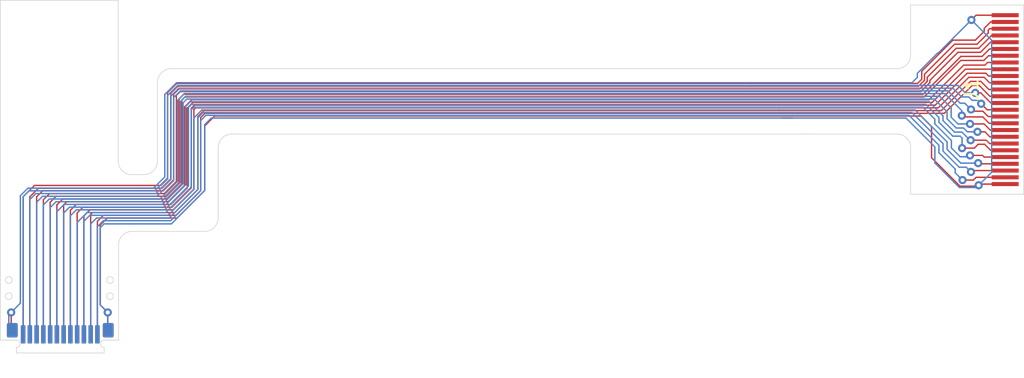
<source format=kicad_pcb>
(kicad_pcb (version 20241229) (generator "pcbnew") (generator_version "9.0")
  (layers (0 "F.Cu" signal) (2 "B.Cu" signal) (13 "F.Paste" user) (15 "B.Paste" user) (5 "F.SilkS" user "F.Silkscreen") (7 "B.SilkS" user "B.Silkscreen") (1 "F.Mask" user) (3 "B.Mask" user) (25 "Edge.Cuts" user))
  (net 0 "")
  (net 1 "Net-(U2-23)")
  (net 2 "Net-(U2-21)")
  (net 3 "Net-(U1-1)")
  (net 4 "Net-(U2-14)")
  (net 5 "Net-(U1-11)")
  (net 6 "Net-(U1-8)")
  (net 7 "Net-(U1-4)")
  (net 8 "Net-(U1-7)")
  (net 9 "Net-(U1-6)")
  (net 10 "Net-(U2-18)")
  (net 11 "Net-(U2-16)")
  (net 12 "Net-(U2-13)")
  (net 13 "Net-(U1-10)")
  (net 14 "Net-(U1-2)")
  (net 15 "Net-(U1-5)")
  (net 16 "Net-(U1-0)")
  (net 17 "Net-(U2-20)")
  (net 18 "Net-(U2-22)")
  (net 19 "Net-(U2-17)")
  (net 20 "Net-(U2-15)")
  (net 21 "GND")
  (net 22 "Net-(U2-19)")
  (net 23 "Net-(U2-12)")
  (net 24 "Net-(U1-9)")
  (net 25 "Net-(U1-3)")
  (footprint "USBPlug:699C124-2A6-111 USB Plug_first half" (layer "F.Cu") (at 135.06 92.225)
    (property "Reference" "U1" (hide yes))
    (property "Value" "~" (hide yes))
    (pad "0" smd roundrect (at -2.5 3) (size 0.33 1.35) (layers "F.Cu" "F.Mask" "F.Paste") (roundrect_rratio 0.1515151515) (net 16 "Net-(U1-0)"))
    (pad "1" smd roundrect (at -2 3) (size 0.33 1.35) (layers "F.Cu" "F.Mask" "F.Paste") (roundrect_rratio 0.1515151515) (net 3 "Net-(U1-1)"))
    (pad "2" smd roundrect (at -1.5 3) (size 0.33 1.35) (layers "F.Cu" "F.Mask" "F.Paste") (roundrect_rratio 0.1515151515) (net 14 "Net-(U1-2)"))
    (pad "3" smd roundrect (at -1 3) (size 0.33 1.35) (layers "F.Cu" "F.Mask" "F.Paste") (roundrect_rratio 0.1515151515) (net 25 "Net-(U1-3)"))
    (pad "4" smd roundrect (at -0.5 3) (size 0.33 1.35) (layers "F.Cu" "F.Mask" "F.Paste") (roundrect_rratio 0.1515151515) (net 7 "Net-(U1-4)"))
    (pad "5" smd roundrect (at 0 3) (size 0.33 1.35) (layers "F.Cu" "F.Mask" "F.Paste") (roundrect_rratio 0.1515151515) (net 15 "Net-(U1-5)"))
    (pad "6" smd roundrect (at 0.5 3) (size 0.33 1.35) (layers "F.Cu" "F.Mask" "F.Paste") (roundrect_rratio 0.1515151515) (net 9 "Net-(U1-6)"))
    (pad "7" smd roundrect (at 1 3) (size 0.33 1.35) (layers "F.Cu" "F.Mask" "F.Paste") (roundrect_rratio 0.1515151515) (net 8 "Net-(U1-7)"))
    (pad "8" smd roundrect (at 1.5 3) (size 0.33 1.35) (layers "F.Cu" "F.Mask" "F.Paste") (roundrect_rratio 0.1515151515) (net 6 "Net-(U1-8)"))
    (pad "9" smd roundrect (at 2 3) (size 0.33 1.35) (layers "F.Cu" "F.Mask" "F.Paste") (roundrect_rratio 0.1515151515) (net 24 "Net-(U1-9)"))
    (pad "10" smd roundrect (at 2.5 3) (size 0.33 1.35) (layers "F.Cu" "F.Mask" "F.Paste") (roundrect_rratio 0.1515151515) (net 13 "Net-(U1-10)"))
    (pad "11" smd roundrect (at 3 3) (size 0.33 1.35) (layers "F.Cu" "F.Mask" "F.Paste") (roundrect_rratio 0.1515151515) (net 5 "Net-(U1-11)"))
    (pad "24" smd roundrect (at -3 3 180) (size 0.8 1.07) (drill (offset 0.3 0.31)) (layers "F.Cu" "F.Mask" "F.Paste") (roundrect_rratio 0.15) (net 21 "GND"))
    (pad "25" smd roundrect (at 3.5 3) (size 0.8 1.07) (drill (offset 0.3 -0.31)) (layers "F.Cu" "F.Mask" "F.Paste") (roundrect_rratio 0.15) (net 21 "GND"))
  )
  (footprint "FPC Connector:FPC_Connector_Kontakte" (layer "F.Cu") (at 201.9 77.85 -90)
    (property "Reference" "J1" (at -0.75 -0.85 90) (layer "F.SilkS"))
    (property "Value" "6871XX149022_FPC Connector" (hide yes))
    (pad "1" connect rect (at -6.25 -3.35 270) (size 0.3 2) (layers "F.Cu" "F.Mask") (net 21 "GND"))
    (pad "2" connect rect (at -5.75 -3.35 270) (size 0.3 2) (layers "F.Cu" "F.Mask") (net 16 "Net-(U1-0)"))
    (pad "3" connect rect (at -5.25 -3.35 270) (size 0.3 2) (layers "F.Cu" "F.Mask") (net 3 "Net-(U1-1)"))
    (pad "4" connect rect (at -4.75 -3.35 270) (size 0.3 2) (layers "F.Cu" "F.Mask") (net 14 "Net-(U1-2)"))
    (pad "5" connect rect (at -4.25 -3.35 270) (size 0.3 2) (layers "F.Cu" "F.Mask") (net 25 "Net-(U1-3)"))
    (pad "6" connect rect (at -3.75 -3.35 270) (size 0.3 2) (layers "F.Cu" "F.Mask") (net 7 "Net-(U1-4)"))
    (pad "7" connect rect (at -3.25 -3.35 270) (size 0.3 2) (layers "F.Cu" "F.Mask") (net 15 "Net-(U1-5)"))
    (pad "8" connect rect (at -2.75 -3.35 270) (size 0.3 2) (layers "F.Cu" "F.Mask") (net 9 "Net-(U1-6)"))
    (pad "9" connect rect (at -2.25 -3.35 270) (size 0.3 2) (layers "F.Cu" "F.Mask") (net 8 "Net-(U1-7)"))
    (pad "10" connect rect (at -1.75 -3.35 270) (size 0.3 2) (layers "F.Cu" "F.Mask") (net 6 "Net-(U1-8)"))
    (pad "11" connect rect (at -1.25 -3.35 270) (size 0.3 2) (layers "F.Cu" "F.Mask") (net 24 "Net-(U1-9)"))
    (pad "12" connect rect (at -0.75 -3.35 270) (size 0.3 2) (layers "F.Cu" "F.Mask") (net 13 "Net-(U1-10)"))
    (pad "13" connect rect (at -0.25 -3.35 270) (size 0.3 2) (layers "F.Cu" "F.Mask") (net 5 "Net-(U1-11)"))
    (pad "14" connect rect (at 0.25 -3.35 270) (size 0.3 2) (layers "F.Cu" "F.Mask") (net 23 "Net-(U2-12)"))
    (pad "15" connect rect (at 0.75 -3.35 270) (size 0.3 2) (layers "F.Cu" "F.Mask") (net 12 "Net-(U2-13)"))
    (pad "16" connect rect (at 1.25 -3.35 270) (size 0.3 2) (layers "F.Cu" "F.Mask") (net 4 "Net-(U2-14)"))
    (pad "17" connect rect (at 1.75 -3.35 270) (size 0.3 2) (layers "F.Cu" "F.Mask") (net 20 "Net-(U2-15)"))
    (pad "18" connect rect (at 2.25 -3.35 270) (size 0.3 2) (layers "F.Cu" "F.Mask") (net 11 "Net-(U2-16)"))
    (pad "19" connect rect (at 2.75 -3.35 270) (size 0.3 2) (layers "F.Cu" "F.Mask") (net 19 "Net-(U2-17)"))
    (pad "20" connect rect (at 3.25 -3.35 270) (size 0.3 2) (layers "F.Cu" "F.Mask") (net 10 "Net-(U2-18)"))
    (pad "21" connect rect (at 3.75 -3.35 270) (size 0.3 2) (layers "F.Cu" "F.Mask") (net 22 "Net-(U2-19)"))
    (pad "22" connect rect (at 4.25 -3.35 270) (size 0.3 2) (layers "F.Cu" "F.Mask") (net 17 "Net-(U2-20)"))
    (pad "23" connect rect (at 4.75 -3.35 270) (size 0.3 2) (layers "F.Cu" "F.Mask") (net 2 "Net-(U2-21)"))
    (pad "24" connect rect (at 5.25 -3.35 270) (size 0.3 2) (layers "F.Cu" "F.Mask") (net 18 "Net-(U2-22)"))
    (pad "25" connect rect (at 5.75 -3.35 270) (size 0.3 2) (layers "F.Cu" "F.Mask") (net 1 "Net-(U2-23)"))
    (pad "26" connect rect (at 6.25 -3.35 270) (size 0.3 2) (layers "F.Cu" "F.Mask") (net 21 "GND"))
  )
  (footprint "USBPlug:699C124-2A6-111 USB Plug_second half" (layer "B.Cu") (at 135.0604 98.2278)
    (property "Reference" "U2" (hide yes))
    (property "Value" "~")
    (pad "12" smd roundrect (at -2.5 -3) (size 0.33 1.35) (layers "B.Cu" "B.Mask" "B.Paste") (roundrect_rratio 0.1515151515) (net 23 "Net-(U2-12)"))
    (pad "13" smd roundrect (at -2 -3) (size 0.33 1.35) (layers "B.Cu" "B.Mask" "B.Paste") (roundrect_rratio 0.1515151515) (net 12 "Net-(U2-13)"))
    (pad "14" smd roundrect (at -1.5 -3) (size 0.33 1.35) (layers "B.Cu" "B.Mask" "B.Paste") (roundrect_rratio 0.1515151515) (net 4 "Net-(U2-14)"))
    (pad "15" smd roundrect (at -1 -3) (size 0.33 1.35) (layers "B.Cu" "B.Mask" "B.Paste") (roundrect_rratio 0.1515151515) (net 20 "Net-(U2-15)"))
    (pad "16" smd roundrect (at -0.5 -3) (size 0.33 1.35) (layers "B.Cu" "B.Mask" "B.Paste") (roundrect_rratio 0.1515151515) (net 11 "Net-(U2-16)"))
    (pad "17" smd roundrect (at 0 -3) (size 0.33 1.35) (layers "B.Cu" "B.Mask" "B.Paste") (roundrect_rratio 0.1515151515) (net 19 "Net-(U2-17)"))
    (pad "18" smd roundrect (at 0.5 -3) (size 0.33 1.35) (layers "B.Cu" "B.Mask" "B.Paste") (roundrect_rratio 0.1515151515) (net 10 "Net-(U2-18)"))
    (pad "19" smd roundrect (at 1 -3) (size 0.33 1.35) (layers "B.Cu" "B.Mask" "B.Paste") (roundrect_rratio 0.1515151515) (net 22 "Net-(U2-19)"))
    (pad "20" smd roundrect (at 1.5 -3) (size 0.33 1.35) (layers "B.Cu" "B.Mask" "B.Paste") (roundrect_rratio 0.1515151515) (net 17 "Net-(U2-20)"))
    (pad "21" smd roundrect (at 2 -3) (size 0.33 1.35) (layers "B.Cu" "B.Mask" "B.Paste") (roundrect_rratio 0.1515151515) (net 2 "Net-(U2-21)"))
    (pad "22" smd roundrect (at 2.5 -3) (size 0.33 1.35) (layers "B.Cu" "B.Mask" "B.Paste") (roundrect_rratio 0.1515151515) (net 18 "Net-(U2-22)"))
    (pad "23" smd roundrect (at 3 -3) (size 0.33 1.35) (layers "B.Cu" "B.Mask" "B.Paste") (roundrect_rratio 0.1515151515) (net 1 "Net-(U2-23)"))
    (pad "26" smd roundrect (at -3 -3.3 180) (size 0.8 1.07) (drill (offset 0.3 0.01)) (layers "B.Cu" "B.Mask" "B.Paste") (roundrect_rratio 0.15) (net 21 "GND"))
    (pad "27" smd roundrect (at 3.5 -3.3) (size 0.8 1.07) (drill (offset 0.3 -0.01)) (layers "B.Cu" "B.Mask" "B.Paste") (roundrect_rratio 0.15) (net 21 "GND"))
  )
  (gr_line (start 131.5 94.8) (end 131.5 93.6) (stroke (width 0.1)) (layer "B.Cu") (net 21))
  (gr_arc (start 147 86.6) (mid 146.707107 87.307107) (end 146 87.6) (stroke (width 0.05)) (layer "Edge.Cuts"))
  (gr_line (start 132.0625 96.2) (end 132.0625 96.6) (stroke (width 0.05)) (layer "Edge.Cuts"))
  (gr_line (start 138.5625 96.2) (end 138.5625 96.6) (stroke (width 0.05)) (layer "Edge.Cuts"))
  (gr_circle (center 139 92.4) (end 138.75 92.4) (stroke (width 0.05)) (fill no) (layer "Edge.Cuts"))
  (gr_arc (start 140.6 83.4) (mid 139.892893 83.107107) (end 139.6 82.4) (stroke (width 0.05)) (layer "Edge.Cuts"))
  (gr_line (start 142.5 82.4) (end 142.5 76.6) (stroke (width 0.05)) (layer "Edge.Cuts"))
  (gr_line (start 140.6 83.4) (end 141.5 83.4) (stroke (width 0.05)) (layer "Edge.Cuts"))
  (gr_line (start 197.25 75.55) (end 189.25 75.55) (stroke (width 0.05)) (layer "Edge.Cuts"))
  (gr_line (start 139.6 70.5) (end 130.875 70.5) (stroke (width 0.05)) (layer "Edge.Cuts"))
  (gr_arc (start 197.25 80.4) (mid 197.957107 80.692893) (end 198.25 81.4) (stroke (width 0.05)) (layer "Edge.Cuts"))
  (gr_line (start 190.5 80.4) (end 197.25 80.4) (stroke (width 0.05)) (layer "Edge.Cuts"))
  (gr_line (start 140.625 87.6) (end 146 87.6) (stroke (width 0.05)) (layer "Edge.Cuts"))
  (gr_arc (start 132.0625 95.65) (mid 132.3375 95.925) (end 132.0625 96.2) (stroke (width 0.05)) (layer "Edge.Cuts"))
  (gr_circle (center 131.5 91.2) (end 131.25 91.2) (stroke (width 0.05)) (fill no) (layer "Edge.Cuts"))
  (gr_arc (start 198.25 74.55) (mid 197.957107 75.257107) (end 197.25 75.55) (stroke (width 0.05)) (layer "Edge.Cuts"))
  (gr_line (start 147 86.6) (end 147 81.4) (stroke (width 0.05)) (layer "Edge.Cuts"))
  (gr_line (start 132.0625 95.65) (end 130.875 95.65) (stroke (width 0.05)) (layer "Edge.Cuts"))
  (gr_line (start 138.5625 95.65) (end 139.625 95.65) (stroke (width 0.05)) (layer "Edge.Cuts"))
  (gr_arc (start 138.5625 96.2) (mid 138.2875 95.925) (end 138.5625 95.65) (stroke (width 0.05)) (layer "Edge.Cuts"))
  (gr_line (start 198.25 81.4) (end 198.25 84.85) (stroke (width 0.05)) (layer "Edge.Cuts"))
  (gr_line (start 198.25 70.85) (end 198.25 74.55) (stroke (width 0.05)) (layer "Edge.Cuts"))
  (gr_line (start 147 75.55) (end 189.25 75.55) (stroke (width 0.05)) (layer "Edge.Cuts"))
  (gr_arc (start 147 81.4) (mid 147.292893 80.692893) (end 148 80.4) (stroke (width 0.05)) (layer "Edge.Cuts"))
  (gr_circle (center 131.5 92.4) (end 131.25 92.4) (stroke (width 0.05)) (fill no) (layer "Edge.Cuts"))
  (gr_line (start 206.625 84.85) (end 206.625 70.85) (stroke (width 0.05)) (layer "Edge.Cuts"))
  (gr_line (start 198.25 84.85) (end 206.625 84.85) (stroke (width 0.05)) (layer "Edge.Cuts"))
  (gr_line (start 139.6 82.4) (end 139.6 70.5) (stroke (width 0.05)) (layer "Edge.Cuts"))
  (gr_line (start 138.5625 96.6) (end 132.0625 96.6) (stroke (width 0.05)) (layer "Edge.Cuts"))
  (gr_arc (start 142.49881 76.6) (mid 142.789224 75.874589) (end 143.5 75.55) (stroke (width 0.05)) (layer "Edge.Cuts"))
  (gr_line (start 206.625 70.85) (end 198.25 70.85) (stroke (width 0.05)) (layer "Edge.Cuts"))
  (gr_arc (start 142.5 82.4) (mid 142.207107 83.107107) (end 141.5 83.4) (stroke (width 0.05)) (layer "Edge.Cuts"))
  (gr_circle (center 139 91.2) (end 138.75 91.2) (stroke (width 0.05)) (fill no) (layer "Edge.Cuts"))
  (gr_line (start 139.625 95.65) (end 139.625 88.6) (stroke (width 0.05)) (layer "Edge.Cuts"))
  (gr_arc (start 139.625 88.6) (mid 139.917893 87.892893) (end 140.625 87.6) (stroke (width 0.05)) (layer "Edge.Cuts"))
  (gr_line (start 147 75.55) (end 143.5 75.55) (stroke (width 0.05)) (layer "Edge.Cuts"))
  (gr_line (start 130.875 95.65) (end 130.875 70.5) (stroke (width 0.05)) (layer "Edge.Cuts"))
  (gr_line (start 148 80.4) (end 190.5 80.4) (stroke (width 0.05)) (layer "Edge.Cuts"))
  (segment (start 202.092933 83.80355) (end 202.893717 83.80355) (width 0.1) (layer "F.Cu") (net 1))
  (segment (start 202.893717 83.80355) (end 203.097267 83.6) (width 0.1) (layer "F.Cu") (net 1))
  (segment (start 203.097267 83.6) (end 205.25 83.6) (width 0.1) (layer "F.Cu") (net 1))
  (via (at 202.092933 83.80355) (size 0.6) (drill 0.3) (layers "F.Cu" "B.Cu") (net 1))
  (segment (start 138.0604 87.2506) (end 138.5 86.811) (width 0.1) (layer "B.Cu") (net 1))
  (segment (start 200.348288 81.228034) (end 200.348288 81.782372) (width 0.1) (layer "B.Cu") (net 1))
  (segment (start 198.131254 79.011) (end 200.348288 81.228034) (width 0.1) (layer "B.Cu") (net 1))
  (segment (start 138.5 86.811) (end 143.489 86.811) (width 0.1) (layer "B.Cu") (net 1))
  (segment (start 146.089 79.011) (end 198.131254 79.011) (width 0.1) (layer "B.Cu") (net 1))
  (segment (start 143.489 86.811) (end 145.701 84.599) (width 0.1) (layer "B.Cu") (net 1))
  (segment (start 145.701 84.599) (end 145.701 79.399) (width 0.1) (layer "B.Cu") (net 1))
  (segment (start 201.551 83.261617) (end 202.092933 83.80355) (width 0.1) (layer "B.Cu") (net 1))
  (segment (start 201.551 82.985084) (end 201.551 83.261617) (width 0.1) (layer "B.Cu") (net 1))
  (segment (start 145.701 79.399) (end 146.089 79.011) (width 0.1) (layer "B.Cu") (net 1))
  (segment (start 200.348288 81.782372) (end 201.551 82.985084) (width 0.1) (layer "B.Cu") (net 1))
  (segment (start 138.0604 95.2278) (end 138.0604 87.2506) (width 0.1) (layer "B.Cu") (net 1))
  (segment (start 203.3 82.6) (end 205.25 82.6) (width 0.1) (layer "F.Cu") (net 2))
  (segment (start 203.25 82.55) (end 203.3 82.6) (width 0.1) (layer "F.Cu") (net 2))
  (via (at 203.25 82.55) (size 0.6) (drill 0.3) (layers "F.Cu" "B.Cu") (net 2))
  (segment (start 145.797001 78.609) (end 188.5 78.609) (width 0.1) (layer "B.Cu") (net 2))
  (segment (start 200.950288 80.978678) (end 200.950288 81.533016) (width 0.1) (layer "B.Cu") (net 2))
  (segment (start 137.0604 86.8486) (end 137.5 86.409) (width 0.1) (layer "B.Cu") (net 2))
  (segment (start 145.206003 84.493997) (end 145.206001 79.2) (width 0.1) (layer "B.Cu") (net 2))
  (segment (start 145.206001 79.2) (end 145.797001 78.609) (width 0.1) (layer "B.Cu") (net 2))
  (segment (start 188.5 78.609) (end 198.58061 78.609) (width 0.1) (layer "B.Cu") (net 2))
  (segment (start 201.967272 82.55) (end 203.25 82.55) (width 0.1) (layer "B.Cu") (net 2))
  (segment (start 198.58061 78.609) (end 200.950288 80.978678) (width 0.1) (layer "B.Cu") (net 2))
  (segment (start 143.291 86.409) (end 145.206003 84.493997) (width 0.1) (layer "B.Cu") (net 2))
  (segment (start 137.5 86.409) (end 143.291 86.409) (width 0.1) (layer "B.Cu") (net 2))
  (segment (start 137.0604 95.2278) (end 137.0604 86.8486) (width 0.1) (layer "B.Cu") (net 2))
  (segment (start 200.950288 81.533016) (end 201.967272 82.55) (width 0.1) (layer "B.Cu") (net 2))
  (segment (start 203.16961 73.746) (end 203.999 72.91661) (width 0.1) (layer "F.Cu") (net 3))
  (segment (start 204.098 72.6) (end 205.25 72.6) (width 0.1) (layer "F.Cu") (net 3))
  (segment (start 203.999 72.699) (end 204.098 72.6) (width 0.1) (layer "F.Cu") (net 3))
  (segment (start 198.846069 76.851) (end 199.277 76.420066) (width 0.1) (layer "F.Cu") (net 3))
  (segment (start 201.502644 73.746) (end 203.16961 73.746) (width 0.1) (layer "F.Cu") (net 3))
  (segment (start 142.845746 84.402) (end 143.5 83.747746) (width 0.1) (layer "F.Cu") (net 3))
  (segment (start 133.06 85.04) (end 133.698 84.402) (width 0.1) (layer "F.Cu") (net 3))
  (segment (start 143.5 83.747746) (end 143.5 77.368512) (width 0.1) (layer "F.Cu") (net 3))
  (segment (start 133.698 84.402) (end 142.845746 84.402) (width 0.1) (layer "F.Cu") (net 3))
  (segment (start 133.06 95.225) (end 133.06 85.04) (width 0.1) (layer "F.Cu") (net 3))
  (segment (start 186.5 76.851) (end 198.846069 76.851) (width 0.1) (layer "F.Cu") (net 3))
  (segment (start 203.999 72.91661) (end 203.999 72.699) (width 0.1) (layer "F.Cu") (net 3))
  (segment (start 199.277 75.971644) (end 201.502644 73.746) (width 0.1) (layer "F.Cu") (net 3))
  (segment (start 199.277 76.420066) (end 199.277 75.971644) (width 0.1) (layer "F.Cu") (net 3))
  (segment (start 143.5 77.368512) (end 144.017512 76.851) (width 0.1) (layer "F.Cu") (net 3))
  (segment (start 144.017512 76.851) (end 186.5 76.851) (width 0.1) (layer "F.Cu") (net 3))
  (segment (start 203.598131 78.704983) (end 203.993148 79.1) (width 0.1) (layer "F.Cu") (net 4))
  (segment (start 202.848166 78.704983) (end 203.598131 78.704983) (width 0.1) (layer "F.Cu") (net 4))
  (segment (start 203.993148 79.1) (end 205.25 79.1) (width 0.1) (layer "F.Cu") (net 4))
  (segment (start 202.721591 78.578409) (end 202.848166 78.704983) (width 0.1) (layer "F.Cu") (net 4))
  (via (at 202.721591 78.578409) (size 0.6) (drill 0.3) (layers "F.Cu" "B.Cu") (net 4))
  (segment (start 201.002 77.202) (end 201.91111 78.11111) (width 0.1) (layer "B.Cu") (net 4))
  (segment (start 133.5604 85.4416) (end 134 85.002) (width 0.1) (layer "B.Cu") (net 4))
  (segment (start 201.91111 78.11111) (end 202.245707 78.11111) (width 0.1) (layer "B.Cu") (net 4))
  (segment (start 202.25 78.106817) (end 202.721591 78.578409) (width 0.1) (layer "B.Cu") (net 4))
  (segment (start 133.5604 95.2278) (end 133.5604 85.4416) (width 0.1) (layer "B.Cu") (net 4))
  (segment (start 142.466512 85.002) (end 143.701 83.767512) (width 0.1) (layer "B.Cu") (net 4))
  (segment (start 202.245707 78.11111) (end 202.25 78.106817) (width 0.1) (layer "B.Cu") (net 4))
  (segment (start 134 85.002) (end 142.466512 85.002) (width 0.1) (layer "B.Cu") (net 4))
  (segment (start 144.198 77.202) (end 201.002 77.202) (width 0.1) (layer "B.Cu") (net 4))
  (segment (start 143.701 77.699) (end 144.198 77.202) (width 0.1) (layer "B.Cu") (net 4))
  (segment (start 143.701 83.767512) (end 143.701 77.699) (width 0.1) (layer "B.Cu") (net 4))
  (segment (start 204.122322 77.6) (end 205.25 77.6) (width 0.1) (layer "F.Cu") (net 5))
  (segment (start 146.023256 78.861) (end 200.746768 78.861) (width 0.1) (layer "F.Cu") (net 5))
  (segment (start 138.06 86.852) (end 138.5 86.412) (width 0.1) (layer "F.Cu") (net 5))
  (segment (start 138.5 86.412) (end 143.872256 86.412) (width 0.1) (layer "F.Cu") (net 5))
  (segment (start 138.06 95.225) (end 138.06 86.852) (width 0.1) (layer "F.Cu") (net 5))
  (segment (start 145.701 84.583256) (end 145.701 79.183256) (width 0.1) (layer "F.Cu") (net 5))
  (segment (start 145.701 79.183256) (end 146.023256 78.861) (width 0.1) (layer "F.Cu") (net 5))
  (segment (start 200.746768 78.861) (end 202.808768 76.799) (width 0.1) (layer "F.Cu") (net 5))
  (segment (start 203.321322 76.799) (end 204.122322 77.6) (width 0.1) (layer "F.Cu") (net 5))
  (segment (start 143.872256 86.412) (end 145.701 84.583256) (width 0.1) (layer "F.Cu") (net 5))
  (segment (start 202.808768 76.799) (end 203.321322 76.799) (width 0.1) (layer "F.Cu") (net 5))
  (segment (start 204.023678 76.1) (end 205.25 76.1) (width 0.1) (layer "F.Cu") (net 6))
  (segment (start 200.072734 78.258) (end 202.434734 75.896) (width 0.1) (layer "F.Cu") (net 6))
  (segment (start 136.56 95.225) (end 136.56 86.24) (width 0.1) (layer "F.Cu") (net 6))
  (segment (start 145 84.384256) (end 145 78.5) (width 0.1) (layer "F.Cu") (net 6))
  (segment (start 145 78.5) (end 145.242 78.258) (width 0.1) (layer "F.Cu") (net 6))
  (segment (start 203.819678 75.896) (end 204.023678 76.1) (width 0.1) (layer "F.Cu") (net 6))
  (segment (start 136.56 86.24) (end 136.991 85.809) (width 0.1) (layer "F.Cu") (net 6))
  (segment (start 136.991 85.809) (end 143.575256 85.809) (width 0.1) (layer "F.Cu") (net 6))
  (segment (start 145.242 78.258) (end 200.072734 78.258) (width 0.1) (layer "F.Cu") (net 6))
  (segment (start 143.575256 85.809) (end 145 84.384256) (width 0.1) (layer "F.Cu") (net 6))
  (segment (start 202.434734 75.896) (end 203.819678 75.896) (width 0.1) (layer "F.Cu") (net 6))
  (segment (start 144.103 77.797) (end 144.446 77.454) (width 0.1) (layer "F.Cu") (net 7))
  (segment (start 143.095517 85.005) (end 144.103002 83.997514) (width 0.1) (layer "F.Cu") (net 7))
  (segment (start 203.543644 74.649) (end 204.092644 74.1) (width 0.1) (layer "F.Cu") (net 7))
  (segment (start 201.973966 74.649) (end 203.543644 74.649) (width 0.1) (layer "F.Cu") (net 7))
  (segment (start 204.092644 74.1) (end 205.25 74.1) (width 0.1) (layer "F.Cu") (net 7))
  (segment (start 205.151 74.199) (end 205.25 74.1) (width 0.1) (layer "F.Cu") (net 7))
  (segment (start 144.446 77.454) (end 199.168966 77.454) (width 0.1) (layer "F.Cu") (net 7))
  (segment (start 135 85.005) (end 143.095517 85.005) (width 0.1) (layer "F.Cu") (net 7))
  (segment (start 205.151 74.001) (end 205.25 74.1) (width 0.1) (layer "F.Cu") (net 7))
  (segment (start 144.103002 83.997514) (end 144.103 77.797) (width 0.1) (layer "F.Cu") (net 7))
  (segment (start 134.56 85.445) (end 135 85.005) (width 0.1) (layer "F.Cu") (net 7))
  (segment (start 199.168966 77.454) (end 201.973966 74.649) (width 0.1) (layer "F.Cu") (net 7))
  (segment (start 134.56 95.225) (end 134.56 85.445) (width 0.1) (layer "F.Cu") (net 7))
  (segment (start 144.706002 78.478254) (end 145.127256 78.057) (width 0.1) (layer "F.Cu") (net 8))
  (segment (start 143.492 85.608) (end 144.706003 84.393997) (width 0.1) (layer "F.Cu") (net 8))
  (segment (start 145.127256 78.057) (end 199.843 78.057) (width 0.1) (layer "F.Cu") (net 8))
  (segment (start 136.06 95.225) (end 136.06 86.04) (width 0.1) (layer "F.Cu") (net 8))
  (segment (start 199.843 78.057) (end 202.305 75.595) (width 0.1) (layer "F.Cu") (net 8))
  (segment (start 136.492 85.608) (end 143.492 85.608) (width 0.1) (layer "F.Cu") (net 8))
  (segment (start 205.245 75.595) (end 205.25 75.6) (width 0.1) (layer "F.Cu") (net 8))
  (segment (start 205.151 75.501) (end 205.25 75.6) (width 0.1) (layer "F.Cu") (net 8))
  (segment (start 136.06 86.04) (end 136.492 85.608) (width 0.1) (layer "F.Cu") (net 8))
  (segment (start 202.305 75.595) (end 205.245 75.595) (width 0.1) (layer "F.Cu") (net 8))
  (segment (start 144.706003 84.393997) (end 144.706002 78.478254) (width 0.1) (layer "F.Cu") (net 8))
  (segment (start 143.293 85.407) (end 144.505003 84.194997) (width 0.1) (layer "F.Cu") (net 9))
  (segment (start 203.944 75.1) (end 205.25 75.1) (width 0.1) (layer "F.Cu") (net 9))
  (segment (start 135.793 85.407) (end 143.293 85.407) (width 0.1) (layer "F.Cu") (net 9))
  (segment (start 144.505002 78.394998) (end 145.044 77.856) (width 0.1) (layer "F.Cu") (net 9))
  (segment (start 135.56 95.225) (end 135.56 85.64) (width 0.1) (layer "F.Cu") (net 9))
  (segment (start 145.044 77.856) (end 199.618322 77.856) (width 0.1) (layer "F.Cu") (net 9))
  (segment (start 203.75 75.294) (end 203.944 75.1) (width 0.1) (layer "F.Cu") (net 9))
  (segment (start 135.56 85.64) (end 135.793 85.407) (width 0.1) (layer "F.Cu") (net 9))
  (segment (start 202.180322 75.294) (end 203.75 75.294) (width 0.1) (layer "F.Cu") (net 9))
  (segment (start 199.618322 77.856) (end 202.180322 75.294) (width 0.1) (layer "F.Cu") (net 9))
  (segment (start 144.505003 84.194997) (end 144.505002 78.394998) (width 0.1) (layer "F.Cu") (net 9))
  (segment (start 202.692955 80.85221) (end 203.85021 80.85221) (width 0.1) (layer "F.Cu") (net 10))
  (segment (start 204.098 81.1) (end 205.25 81.1) (width 0.1) (layer "F.Cu") (net 10))
  (segment (start 203.85021 80.85221) (end 204.098 81.1) (width 0.1) (layer "F.Cu") (net 10))
  (via (at 202.692955 80.85221) (size 0.6) (drill 0.3) (layers "F.Cu" "B.Cu") (net 10))
  (segment (start 144.944 78.006) (end 199.606 78.006) (width 0.1) (layer "B.Cu") (net 10))
  (segment (start 202.6473 80.85221) (end 202.692955 80.85221) (width 0.1) (layer "B.Cu") (net 10))
  (segment (start 199.606 78.006) (end 200.648 79.048) (width 0.1) (layer "B.Cu") (net 10))
  (segment (start 144.603001 78.346999) (end 144.944 78.006) (width 0.1) (layer "B.Cu") (net 10))
  (segment (start 144.603001 84.149769) (end 144.603001 78.346999) (width 0.1) (layer "B.Cu") (net 10))
  (segment (start 201.500644 80.252) (end 202.04709 80.252) (width 0.1) (layer "B.Cu") (net 10))
  (segment (start 200.648 79.048) (end 200.648 79.399356) (width 0.1) (layer "B.Cu") (net 10))
  (segment (start 142.946771 85.806) (end 144.603001 84.149769) (width 0.1) (layer "B.Cu") (net 10))
  (segment (start 200.648 79.399356) (end 201.500644 80.252) (width 0.1) (layer "B.Cu") (net 10))
  (segment (start 135.5604 95.2278) (end 135.5604 86.2396) (width 0.1) (layer "B.Cu") (net 10))
  (segment (start 135.994 85.806) (end 142.946771 85.806) (width 0.1) (layer "B.Cu") (net 10))
  (segment (start 135.5604 86.2396) (end 135.994 85.806) (width 0.1) (layer "B.Cu") (net 10))
  (segment (start 202.04709 80.252) (end 202.6473 80.85221) (width 0.1) (layer "B.Cu") (net 10))
  (segment (start 204.141792 80.1) (end 205.25 80.1) (width 0.1) (layer "F.Cu") (net 11))
  (segment (start 205.151 80.001) (end 205.25 80.1) (width 0.1) (layer "F.Cu") (net 11))
  (segment (start 202.65 79.65) (end 203.691792 79.65) (width 0.1) (layer "F.Cu") (net 11))
  (segment (start 203.691792 79.65) (end 204.141792 80.1) (width 0.1) (layer "F.Cu") (net 11))
  (via (at 202.65 79.65) (size 0.6) (drill 0.3) (layers "F.Cu" "B.Cu") (net 11))
  (segment (start 142.780257 85.404) (end 144.201 83.983256) (width 0.1) (layer "B.Cu") (net 11))
  (segment (start 135 85.404) (end 142.780257 85.404) (width 0.1) (layer "B.Cu") (net 11))
  (segment (start 201.25 78.454) (end 201.25 79.15) (width 0.1) (layer "B.Cu") (net 11))
  (segment (start 144.597 77.604) (end 200.4 77.604) (width 0.1) (layer "B.Cu") (net 11))
  (segment (start 144.201 83.983256) (end 144.201 78) (width 0.1) (layer "B.Cu") (net 11))
  (segment (start 200.4 77.604) (end 201.25 78.454) (width 0.1) (layer "B.Cu") (net 11))
  (segment (start 201.75 79.65) (end 202.65 79.65) (width 0.1) (layer "B.Cu") (net 11))
  (segment (start 134.5604 95.2278) (end 134.5604 85.8436) (width 0.1) (layer "B.Cu") (net 11))
  (segment (start 134.5604 85.8436) (end 135 85.404) (width 0.1) (layer "B.Cu") (net 11))
  (segment (start 144.201 78) (end 144.597 77.604) (width 0.1) (layer "B.Cu") (net 11))
  (segment (start 201.25 79.15) (end 201.75 79.65) (width 0.1) (layer "B.Cu") (net 11))
  (segment (start 203.472809 78.153983) (end 203.918826 78.6) (width 0.1) (layer "F.Cu") (net 12))
  (segment (start 203.918826 78.6) (end 205.25 78.6) (width 0.1) (layer "F.Cu") (net 12))
  (via (at 203.472809 78.153983) (size 0.6) (drill 0.3) (layers "F.Cu" "B.Cu") (net 12))
  (segment (start 143.5 77.584256) (end 144.083256 77.001) (width 0.1) (layer "B.Cu") (net 12))
  (segment (start 133.0604 85.2406) (end 133.5 84.801) (width 0.1) (layer "B.Cu") (net 12))
  (segment (start 144.083256 77.001) (end 201.375322 77.001) (width 0.1) (layer "B.Cu") (net 12))
  (segment (start 203.219826 77.901) (end 203.472809 78.153983) (width 0.1) (layer "B.Cu") (net 12))
  (segment (start 133.5 84.801) (end 142.383256 84.801) (width 0.1) (layer "B.Cu") (net 12))
  (segment (start 202.025322 77.651) (end 202.558768 77.651) (width 0.1) (layer "B.Cu") (net 12))
  (segment (start 143.5 83.684256) (end 143.5 77.584256) (width 0.1) (layer "B.Cu") (net 12))
  (segment (start 142.383256 84.801) (end 143.5 83.684256) (width 0.1) (layer "B.Cu") (net 12))
  (segment (start 201.375322 77.001) (end 202.025322 77.651) (width 0.1) (layer "B.Cu") (net 12))
  (segment (start 202.808768 77.901) (end 203.219826 77.901) (width 0.1) (layer "B.Cu") (net 12))
  (segment (start 133.0604 95.2278) (end 133.0604 85.2406) (width 0.1) (layer "B.Cu") (net 12))
  (segment (start 202.558768 77.651) (end 202.808768 77.901) (width 0.1) (layer "B.Cu") (net 12))
  (segment (start 137.56 95.225) (end 137.56 86.34) (width 0.1) (layer "F.Cu") (net 13))
  (segment (start 137.689 86.211) (end 143.789 86.211) (width 0.1) (layer "F.Cu") (net 13))
  (segment (start 145.5 84.5) (end 145.5 79.1) (width 0.1) (layer "F.Cu") (net 13))
  (segment (start 204.401 77.001) (end 204.489678 77.089678) (width 0.1) (layer "F.Cu") (net 13))
  (segment (start 202.68409 76.498) (end 203.446 76.498) (width 0.1) (layer "F.Cu") (net 13))
  (segment (start 203.446 76.498) (end 204.048 77.1) (width 0.1) (layer "F.Cu") (net 13))
  (segment (start 204.048 77.1) (end 205.25 77.1) (width 0.1) (layer "F.Cu") (net 13))
  (segment (start 145.5 79.1) (end 145.94 78.66) (width 0.1) (layer "F.Cu") (net 13))
  (segment (start 204.489678 77.089678) (end 205.239678 77.089678) (width 0.1) (layer "F.Cu") (net 13))
  (segment (start 143.789 86.211) (end 145.5 84.5) (width 0.1) (layer "F.Cu") (net 13))
  (segment (start 145.94 78.66) (end 200.52209 78.66) (width 0.1) (layer "F.Cu") (net 13))
  (segment (start 137.56 86.34) (end 137.689 86.211) (width 0.1) (layer "F.Cu") (net 13))
  (segment (start 205.239678 77.089678) (end 205.25 77.1) (width 0.1) (layer "F.Cu") (net 13))
  (segment (start 200.52209 78.66) (end 202.68409 76.498) (width 0.1) (layer "F.Cu") (net 13))
  (segment (start 199.478 76.196322) (end 201.627322 74.047) (width 0.1) (layer "F.Cu") (net 14))
  (segment (start 205.25 73.1) (end 205.151 73.001) (width 0.1) (layer "F.Cu") (net 14))
  (segment (start 134 84.603) (end 142.929003 84.603) (width 0.1) (layer "F.Cu") (net 14))
  (segment (start 203.294288 74.047) (end 204.241288 73.1) (width 0.1) (layer "F.Cu") (net 14))
  (segment (start 198.929326 77.052) (end 199.478 76.503323) (width 0.1) (layer "F.Cu") (net 14))
  (segment (start 133.56 95.225) (end 133.56 85.043) (width 0.1) (layer "F.Cu") (net 14))
  (segment (start 143.701 83.831002) (end 143.701 77.451768) (width 0.1) (layer "F.Cu") (net 14))
  (segment (start 201.627322 74.047) (end 203.294288 74.047) (width 0.1) (layer "F.Cu") (net 14))
  (segment (start 143.701 77.451768) (end 144.100768 77.052) (width 0.1) (layer "F.Cu") (net 14))
  (segment (start 133.56 85.043) (end 134 84.603) (width 0.1) (layer "F.Cu") (net 14))
  (segment (start 144.100768 77.052) (end 198.929326 77.052) (width 0.1) (layer "F.Cu") (net 14))
  (segment (start 204.241288 73.1) (end 205.25 73.1) (width 0.1) (layer "F.Cu") (net 14))
  (segment (start 199.478 76.503323) (end 199.478 76.196322) (width 0.1) (layer "F.Cu") (net 14))
  (segment (start 142.929003 84.603) (end 143.701 83.831002) (width 0.1) (layer "F.Cu") (net 14))
  (segment (start 205.151 74.501) (end 205.25 74.6) (width 0.1) (layer "F.Cu") (net 15))
  (segment (start 144.529256 77.655) (end 199.252223 77.655) (width 0.1) (layer "F.Cu") (net 15))
  (segment (start 204.018322 74.6) (end 205.25 74.6) (width 0.1) (layer "F.Cu") (net 15))
  (segment (start 203.668322 74.95) (end 204.018322 74.6) (width 0.1) (layer "F.Cu") (net 15))
  (segment (start 143.178774 85.206) (end 144.304003 84.08077) (width 0.1) (layer "F.Cu") (net 15))
  (segment (start 135.06 85.64) (end 135.494 85.206) (width 0.1) (layer "F.Cu") (net 15))
  (segment (start 144.304001 77.880255) (end 144.529256 77.655) (width 0.1) (layer "F.Cu") (net 15))
  (segment (start 205.151 74.699) (end 205.25 74.6) (width 0.1) (layer "F.Cu") (net 15))
  (segment (start 201.957223 74.95) (end 203.668322 74.95) (width 0.1) (layer "F.Cu") (net 15))
  (segment (start 199.252223 77.655) (end 200.639578 76.267644) (width 0.1) (layer "F.Cu") (net 15))
  (segment (start 144.304003 84.08077) (end 144.304001 77.880255) (width 0.1) (layer "F.Cu") (net 15))
  (segment (start 135.06 95.225) (end 135.06 85.64) (width 0.1) (layer "F.Cu") (net 15))
  (segment (start 200.639578 76.267644) (end 201.957223 74.95) (width 0.1) (layer "F.Cu") (net 15))
  (segment (start 135.494 85.206) (end 143.178774 85.206) (width 0.1) (layer "F.Cu") (net 15))
  (segment (start 198.762811 76.65) (end 199.076 76.33681) (width 0.1) (layer "F.Cu") (net 16))
  (segment (start 132.56 95.225) (end 132.56 85.04) (width 0.1) (layer "F.Cu") (net 16))
  (segment (start 199.076 75.746966) (end 201.377966 73.445) (width 0.1) (layer "F.Cu") (net 16))
  (segment (start 199.076 76.33681) (end 199.076 75.746966) (width 0.1) (layer "F.Cu") (net 16))
  (segment (start 143.934256 76.65) (end 198.762811 76.65) (width 0.1) (layer "F.Cu") (net 16))
  (segment (start 142.762489 84.201) (end 143.252 83.711488) (width 0.1) (layer "F.Cu") (net 16))
  (segment (start 203.698 72.574322) (end 204.172322 72.1) (width 0.1) (layer "F.Cu") (net 16))
  (segment (start 204.172322 72.1) (end 205.25 72.1) (width 0.1) (layer "F.Cu") (net 16))
  (segment (start 203.044932 73.445) (end 203.698 72.791932) (width 0.1) (layer "F.Cu") (net 16))
  (segment (start 133.399 84.201) (end 142.762489 84.201) (width 0.1) (layer "F.Cu") (net 16))
  (segment (start 203.698 72.791932) (end 203.698 72.574322) (width 0.1) (layer "F.Cu") (net 16))
  (segment (start 132.56 85.04) (end 133.399 84.201) (width 0.1) (layer "F.Cu") (net 16))
  (segment (start 201.377966 73.445) (end 203.044932 73.445) (width 0.1) (layer "F.Cu") (net 16))
  (segment (start 143.252 77.332256) (end 143.934256 76.65) (width 0.1) (layer "F.Cu") (net 16))
  (segment (start 143.252 83.711488) (end 143.252 77.332256) (width 0.1) (layer "F.Cu") (net 16))
  (segment (start 203.576786 81.976786) (end 203.7 82.1) (width 0.1) (layer "F.Cu") (net 17))
  (segment (start 202.643913 81.976786) (end 203.576786 81.976786) (width 0.1) (layer "F.Cu") (net 17))
  (segment (start 203.7 82.1) (end 205.25 82.1) (width 0.1) (layer "F.Cu") (net 17))
  (via (at 202.643913 81.976786) (size 0.6) (drill 0.3) (layers "F.Cu" "B.Cu") (net 17))
  (segment (start 145.197001 78.408) (end 199.156644 78.408) (width 0.1) (layer "B.Cu") (net 17))
  (segment (start 143.113285 86.208) (end 145.005002 84.316282) (width 0.1) (layer "B.Cu") (net 17))
  (segment (start 201.271475 80.854) (end 201.271475 81.428525) (width 0.1) (layer "B.Cu") (net 17))
  (segment (start 200.046 79.648712) (end 201.251288 80.854) (width 0.1) (layer "B.Cu") (net 17))
  (segment (start 136.5604 86.9396) (end 137.292 86.208) (width 0.1) (layer "B.Cu") (net 17))
  (segment (start 199.156644 78.408) (end 200.046 79.297356) (width 0.1) (layer "B.Cu") (net 17))
  (segment (start 201.919736 82.076786) (end 202.543913 82.076786) (width 0.1) (layer "B.Cu") (net 17))
  (segment (start 136.5604 95.2278) (end 136.5604 86.9396) (width 0.1) (layer "B.Cu") (net 17))
  (segment (start 201.271475 81.428525) (end 201.919736 82.076786) (width 0.1) (layer "B.Cu") (net 17))
  (segment (start 137.292 86.208) (end 143.113285 86.208) (width 0.1) (layer "B.Cu") (net 17))
  (segment (start 145.005001 78.6) (end 145.197001 78.408) (width 0.1) (layer "B.Cu") (net 17))
  (segment (start 202.543913 82.076786) (end 202.643913 81.976786) (width 0.1) (layer "B.Cu") (net 17))
  (segment (start 200.046 79.297356) (end 200.046 79.648712) (width 0.1) (layer "B.Cu") (net 17))
  (segment (start 145.005002 84.316282) (end 145.005001 78.6) (width 0.1) (layer "B.Cu") (net 17))
  (segment (start 201.251288 80.854) (end 201.271475 80.854) (width 0.1) (layer "B.Cu") (net 17))
  (segment (start 202.818035 83.1) (end 205.25 83.1) (width 0.1) (layer "F.Cu") (net 18))
  (segment (start 202.718035 83.2) (end 202.818035 83.1) (width 0.1) (layer "F.Cu") (net 18))
  (via (at 202.718035 83.2) (size 0.6) (drill 0.3) (layers "F.Cu" "B.Cu") (net 18))
  (segment (start 138 86.61) (end 143.374257 86.61) (width 0.1) (layer "B.Cu") (net 18))
  (segment (start 145.5 79.190257) (end 145.880257 78.81) (width 0.1) (layer "B.Cu") (net 18))
  (segment (start 202.369035 82.851) (end 202.718035 83.2) (width 0.1) (layer "B.Cu") (net 18))
  (segment (start 143.374257 86.61) (end 145.5 84.484256) (width 0.1) (layer "B.Cu") (net 18))
  (segment (start 200.649288 81.657694) (end 201.842594 82.851) (width 0.1) (layer "B.Cu") (net 18))
  (segment (start 198.355932 78.81) (end 200.649288 81.103356) (width 0.1) (layer "B.Cu") (net 18))
  (segment (start 145.880257 78.81) (end 198.355932 78.81) (width 0.1) (layer "B.Cu") (net 18))
  (segment (start 200.649288 81.103356) (end 200.649288 81.657694) (width 0.1) (layer "B.Cu") (net 18))
  (segment (start 137.5604 87.0496) (end 138 86.61) (width 0.1) (layer "B.Cu") (net 18))
  (segment (start 145.5 84.484256) (end 145.5 79.190257) (width 0.1) (layer "B.Cu") (net 18))
  (segment (start 201.842594 82.851) (end 202.369035 82.851) (width 0.1) (layer "B.Cu") (net 18))
  (segment (start 137.5604 95.2278) (end 137.5604 87.0496) (width 0.1) (layer "B.Cu") (net 18))
  (segment (start 204.117729 80.6) (end 205.25 80.6) (width 0.1) (layer "F.Cu") (net 19))
  (segment (start 203.198603 80.232271) (end 203.198603 80.301033) (width 0.1) (layer "F.Cu") (net 19))
  (segment (start 203.75 80.232271) (end 204.117729 80.6) (width 0.1) (layer "F.Cu") (net 19))
  (segment (start 205.151 80.501) (end 205.25 80.6) (width 0.1) (layer "F.Cu") (net 19))
  (segment (start 203.198603 80.232271) (end 203.75 80.232271) (width 0.1) (layer "F.Cu") (net 19))
  (via (at 203.198603 80.232271) (size 0.6) (drill 0.3) (layers "F.Cu" "B.Cu") (net 19))
  (segment (start 135.595 85.605) (end 142.863514 85.605) (width 0.1) (layer "B.Cu") (net 19))
  (segment (start 135.0604 86.1396) (end 135.595 85.605) (width 0.1) (layer "B.Cu") (net 19))
  (segment (start 200.949 78.749) (end 200.949 79.274678) (width 0.1) (layer "B.Cu") (net 19))
  (segment (start 144.402001 84.066512) (end 144.402001 78.083255) (width 0.1) (layer "B.Cu") (net 19))
  (segment (start 142.863514 85.605) (end 144.402001 84.066512) (width 0.1) (layer "B.Cu") (net 19))
  (segment (start 201.625322 79.951) (end 202.171768 79.951) (width 0.1) (layer "B.Cu") (net 19))
  (segment (start 144.402001 78.083255) (end 144.680256 77.805) (width 0.1) (layer "B.Cu") (net 19))
  (segment (start 200.005 77.805) (end 200.949 78.749) (width 0.1) (layer "B.Cu") (net 19))
  (segment (start 135.0604 95.2278) (end 135.0604 86.1396) (width 0.1) (layer "B.Cu") (net 19))
  (segment (start 202.171768 79.951) (end 202.453039 80.232271) (width 0.1) (layer "B.Cu") (net 19))
  (segment (start 144.680256 77.805) (end 200.005 77.805) (width 0.1) (layer "B.Cu") (net 19))
  (segment (start 200.949 79.274678) (end 201.625322 79.951) (width 0.1) (layer "B.Cu") (net 19))
  (segment (start 203.198603 80.232271) (end 203.066295 80.364579) (width 0.1) (layer "B.Cu") (net 19))
  (segment (start 202.453039 80.232271) (end 203.198603 80.232271) (width 0.1) (layer "B.Cu") (net 19))
  (segment (start 203.596879 79.129409) (end 204.06747 79.6) (width 0.1) (layer "F.Cu") (net 20))
  (segment (start 204.06747 79.6) (end 205.25 79.6) (width 0.1) (layer "F.Cu") (net 20))
  (segment (start 202.136381 79.129409) (end 203.596879 79.129409) (width 0.1) (layer "F.Cu") (net 20))
  (segment (start 202.042395 79.035423) (end 202.136381 79.129409) (width 0.1) (layer "F.Cu") (net 20))
  (via (at 202.042395 79.035423) (size 0.6) (drill 0.3) (layers "F.Cu" "B.Cu") (net 20))
  (segment (start 200.777322 77.403) (end 202.042395 78.668073) (width 0.1) (layer "B.Cu") (net 20))
  (segment (start 134.5 85.203) (end 142.697 85.203) (width 0.1) (layer "B.Cu") (net 20))
  (segment (start 202.042395 78.668073) (end 202.042395 79.035423) (width 0.1) (layer "B.Cu") (net 20))
  (segment (start 144 77.9) (end 144.497 77.403) (width 0.1) (layer "B.Cu") (net 20))
  (segment (start 134.0604 95.2278) (end 134.0604 85.6426) (width 0.1) (layer "B.Cu") (net 20))
  (segment (start 144 83.9) (end 144 77.9) (width 0.1) (layer "B.Cu") (net 20))
  (segment (start 142.697 85.203) (end 144 83.9) (width 0.1) (layer "B.Cu") (net 20))
  (segment (start 134.0604 85.6426) (end 134.5 85.203) (width 0.1) (layer "B.Cu") (net 20))
  (segment (start 144.497 77.403) (end 200.777322 77.403) (width 0.1) (layer "B.Cu") (net 20))
  (segment (start 138.707368 95.077632) (end 138.547383 95.092914) (width 0.1) (layer "F.Cu") (net 21))
  (segment (start 138.825 93.6) (end 138.261 93.036) (width 0.1) (layer "F.Cu") (net 21))
  (segment (start 201.906122 84.25455) (end 203.220536 84.25455) (width 0.1) (layer "F.Cu") (net 21))
  (segment (start 131.912104 95.077104) (end 132.072662 95.09244) (width 0.1) (layer "F.Cu") (net 21))
  (segment (start 146.738 79.062) (end 199.012 79.062) (width 0.1) (layer "F.Cu") (net 21))
  (segment (start 138.825 93.6) (end 138.825 94.96) (width 0.1) (layer "F.Cu") (net 21))
  (segment (start 131.675 93.6) (end 131.675 94.84) (width 0.1) (layer "F.Cu") (net 21))
  (segment (start 202.75 71.95) (end 203.1 71.6) (width 0.1) (layer "F.Cu") (net 21))
  (segment (start 199.012 79.062) (end 199.800786 79.850786) (width 0.1) (layer "F.Cu") (net 21))
  (segment (start 205.24545 84.10455) (end 205.25 84.1) (width 0.1) (layer "F.Cu") (net 21))
  (segment (start 138.825 94.96) (end 138.707368 95.077632) (width 0.1) (layer "F.Cu") (net 21))
  (segment (start 199.800786 79.850786) (end 199.800786 82.149214) (width 0.1) (layer "F.Cu") (net 21))
  (segment (start 203.1 71.6) (end 205.25 71.6) (width 0.1) (layer "F.Cu") (net 21))
  (segment (start 131.675 94.84) (end 131.912104 95.077104) (width 0.1) (layer "F.Cu") (net 21))
  (segment (start 203.220536 84.25455) (end 203.288068 84.187018) (width 0.1) (layer "F.Cu") (net 21))
  (segment (start 146 84.568513) (end 146 79.8) (width 0.1) (layer "F.Cu") (net 21))
  (segment (start 203.375086 84.1) (end 205.25 84.1) (width 0.1) (layer "F.Cu") (net 21))
  (segment (start 138.787 86.613) (end 143.955513 86.613) (width 0.1) (layer "F.Cu") (net 21))
  (segment (start 203.288068 84.187018) (end 203.375086 84.1) (width 0.1) (layer "F.Cu") (net 21))
  (segment (start 146 79.8) (end 146.738 79.062) (width 0.1) (layer "F.Cu") (net 21))
  (segment (start 138.261 87.139) (end 138.787 86.613) (width 0.1) (layer "F.Cu") (net 21))
  (segment (start 143.955513 86.613) (end 146 84.568513) (width 0.1) (layer "F.Cu") (net 21))
  (segment (start 139 94.785) (end 138.707368 95.077632) (width 0.1) (layer "F.Cu") (net 21))
  (segment (start 138.261 93.036) (end 138.261 87.139) (width 0.1) (layer "F.Cu") (net 21))
  (segment (start 199.800786 82.149214) (end 201.906122 84.25455) (width 0.1) (layer "F.Cu") (net 21))
  (via (at 202.75 71.95) (size 0.6) (drill 0.3) (layers "F.Cu" "B.Cu") (net 21))
  (via (at 138.825 93.6) (size 0.6) (drill 0.3) (layers "F.Cu" "B.Cu") (net 21))
  (via (at 203.288068 84.187018) (size 0.6) (drill 0.3) (layers "F.Cu" "B.Cu") (net 21))
  (via (at 131.675 93.6) (size 0.6) (drill 0.3) (layers "F.Cu" "B.Cu") (net 21))
  (segment (start 200.047288 81.352712) (end 200.047288 82.537137) (width 0.1) (layer "B.Cu") (net 21))
  (segment (start 142.216744 84.399) (end 143.049 83.566744) (width 0.1) (layer "B.Cu") (net 21))
  (segment (start 197.906576 79.212) (end 200.047288 81.352712) (width 0.1) (layer "B.Cu") (net 21))
  (segment (start 188.738 79.212) (end 197.906576 79.212) (width 0.1) (layer "B.Cu") (net 21))
  (segment (start 198.75 76.2) (end 198.75 75.9) (width 0.1) (layer "B.Cu") (net 21))
  (segment (start 203.120536 84.35455) (end 203.288068 84.187018) (width 0.1) (layer "B.Cu") (net 21))
  (segment (start 201.864701 84.35455) (end 203.120536 84.35455) (width 0.1) (layer "B.Cu") (net 21))
  (segment (start 200.3 74.4) (end 202.75 71.95) (width 0.1) (layer "B.Cu") (net 21))
  (segment (start 200.25 74.4) (end 200.3 74.4) (width 0.1) (layer "B.Cu") (net 21))
  (segment (start 203.288068 84.187018) (end 204.25 83.225086) (width 0.1) (layer "B.Cu") (net 21))
  (segment (start 138.547628 87.047628) (end 143.536629 87.047628) (width 0.1) (layer "B.Cu") (net 21))
  (segment (start 143.536629 87.047628) (end 146 84.584256) (width 0.1) (layer "B.Cu") (net 21))
  (segment (start 143.049 83.566744) (end 143.049 77.466744) (width 0.1) (layer "B.Cu") (net 21))
  (segment (start 146 84.584256) (end 146 79.7) (width 0.1) (layer "B.Cu") (net 21))
  (segment (start 131.675 93.6) (end 132.3594 92.9156) (width 0.1) (layer "B.Cu") (net 21))
  (segment (start 138.825 93.6) (end 138.2614 93.0364) (width 0.1) (layer "B.Cu") (net 21))
  (segment (start 200.047288 82.537137) (end 201.864701 84.35455) (width 0.1) (layer "B.Cu") (net 21))
  (segment (start 143.049 77.466744) (end 143.919477 76.596266) (width 0.1) (layer "B.Cu") (net 21))
  (segment (start 138.825 93.6) (end 138.825 94.6632) (width 0.1) (layer "B.Cu") (net 21))
  (segment (start 204.25 73.45) (end 202.75 71.95) (width 0.1) (layer "B.Cu") (net 21))
  (segment (start 138.2614 93.0364) (end 138.2614 87.333856) (width 0.1) (layer "B.Cu") (net 21))
  (segment (start 198.75 75.9) (end 200.25 74.4) (width 0.1) (layer "B.Cu") (net 21))
  (segment (start 204.25 83.225086) (end 204.25 73.45) (width 0.1) (layer "B.Cu") (net 21))
  (segment (start 132.3594 92.9156) (end 132.3594 84.956343) (width 0.1) (layer "B.Cu") (net 21))
  (segment (start 143.919477 76.596266) (end 198.353734 76.596266) (width 0.1) (layer "B.Cu") (net 21))
  (segment (start 146 79.7) (end 146.488 79.212) (width 0.1) (layer "B.Cu") (net 21))
  (segment (start 132.916744 84.399) (end 142.216744 84.399) (width 0.1) (layer "B.Cu") (net 21))
  (segment (start 138.825 94.6632) (end 138.5604 94.9278) (width 0.1) (layer "B.Cu") (net 21))
  (segment (start 146.488 79.212) (end 189.5 79.212) (width 0.1) (layer "B.Cu") (net 21))
  (segment (start 198.353734 76.596266) (end 198.75 76.2) (width 0.1) (layer "B.Cu") (net 21))
  (segment (start 132.3594 84.956343) (end 132.916744 84.399) (width 0.1) (layer "B.Cu") (net 21))
  (segment (start 138.2614 87.333856) (end 138.547628 87.047628) (width 0.1) (layer "B.Cu") (net 21))
  (segment (start 203.25 81.15321) (end 203.725532 81.15321) (width 0.1) (layer "F.Cu") (net 22))
  (segment (start 204.172322 81.6) (end 205.25 81.6) (width 0.1) (layer "F.Cu") (net 22))
  (segment (start 203.725532 81.15321) (end 204.172322 81.6) (width 0.1) (layer "F.Cu") (net 22))
  (segment (start 202.964301 81.438909) (end 203.25 81.15321) (width 0.1) (layer "F.Cu") (net 22))
  (segment (start 202.061091 81.438909) (end 202.964301 81.438909) (width 0.1) (layer "F.Cu") (net 22))
  (via (at 202.061091 81.438909) (size 0.6) (drill 0.3) (layers "F.Cu" "B.Cu") (net 22))
  (segment (start 136.5 86.007) (end 143.030028 86.007) (width 0.1) (layer "B.Cu") (net 22))
  (segment (start 200.347 79.524034) (end 201.375966 80.553) (width 0.1) (layer "B.Cu") (net 22))
  (segment (start 202.061091 80.691679) (end 202.061091 81.438909) (width 0.1) (layer "B.Cu") (net 22))
  (segment (start 200.347 79.172678) (end 200.347 79.524034) (width 0.1) (layer "B.Cu") (net 22))
  (segment (start 201.375966 80.553) (end 201.922412 80.553) (width 0.1) (layer "B.Cu") (net 22))
  (segment (start 201.922412 80.553) (end 202.061091 80.691679) (width 0.1) (layer "B.Cu") (net 22))
  (segment (start 143.030028 86.007) (end 144.804001 84.233026) (width 0.1) (layer "B.Cu") (net 22))
  (segment (start 144.804001 84.233026) (end 144.804001 78.430255) (width 0.1) (layer "B.Cu") (net 22))
  (segment (start 144.804001 78.430255) (end 145.027256 78.207) (width 0.1) (layer "B.Cu") (net 22))
  (segment (start 145.027256 78.207) (end 199.381322 78.207) (width 0.1) (layer "B.Cu") (net 22))
  (segment (start 136.0604 95.2278) (end 136.0604 86.4466) (width 0.1) (layer "B.Cu") (net 22))
  (segment (start 199.381322 78.207) (end 200.347 79.172678) (width 0.1) (layer "B.Cu") (net 22))
  (segment (start 136.0604 86.4466) (end 136.5 86.007) (width 0.1) (layer "B.Cu") (net 22))
  (segment (start 204.196644 78.1) (end 205.25 78.1) (width 0.1) (layer "F.Cu") (net 23))
  (segment (start 203.446644 77.35) (end 204.196644 78.1) (width 0.1) (layer "F.Cu") (net 23))
  (segment (start 203.037 77.35) (end 203.446644 77.35) (width 0.1) (layer "F.Cu") (net 23))
  (via (at 203.037 77.35) (size 0.6) (drill 0.3) (layers "F.Cu" "B.Cu") (net 23))
  (segment (start 202.305468 77.35) (end 203.037 77.35) (width 0.1) (layer "B.Cu") (net 23))
  (segment (start 143.25 77.55) (end 144 76.8) (width 0.1) (layer "B.Cu") (net 23))
  (segment (start 144 76.8) (end 201.755468 76.8) (width 0.1) (layer "B.Cu") (net 23))
  (segment (start 132.5604 85.0396) (end 133 84.6) (width 0.1) (layer "B.Cu") (net 23))
  (segment (start 132.5604 95.2278) (end 132.5604 85.0396) (width 0.1) (layer "B.Cu") (net 23))
  (segment (start 142.3 84.6) (end 143.25 83.65) (width 0.1) (layer "B.Cu") (net 23))
  (segment (start 201.755468 76.8) (end 202.305468 77.35) (width 0.1) (layer "B.Cu") (net 23))
  (segment (start 203.037 77.35) (end 202.988634 77.398366) (width 0.1) (layer "B.Cu") (net 23))
  (segment (start 133 84.6) (end 142.3 84.6) (width 0.1) (layer "B.Cu") (net 23))
  (segment (start 143.25 83.65) (end 143.25 77.55) (width 0.1) (layer "B.Cu") (net 23))
  (segment (start 202.559412 76.197) (end 203.695 76.197) (width 0.1) (layer "F.Cu") (net 24))
  (segment (start 205.151 76.501) (end 205.25 76.6) (width 0.1) (layer "F.Cu") (net 24))
  (segment (start 145.201 78.583256) (end 145.325256 78.459) (width 0.1) (layer "F.Cu") (net 24))
  (segment (start 145.201 84.467512) (end 145.201 78.583256) (width 0.1) (layer "F.Cu") (net 24))
  (segment (start 137.06 86.45) (end 137.5 86.01) (width 0.1) (layer "F.Cu") (net 24))
  (segment (start 200.297412 78.459) (end 202.559412 76.197) (width 0.1) (layer "F.Cu") (net 24))
  (segment (start 145.325256 78.459) (end 200.297412 78.459) (width 0.1) (layer "F.Cu") (net 24))
  (segment (start 137.5 86.01) (end 143.658512 86.01) (width 0.1) (layer "F.Cu") (net 24))
  (segment (start 203.695 76.197) (end 204.098 76.6) (width 0.1) (layer "F.Cu") (net 24))
  (segment (start 143.658512 86.01) (end 145.201 84.467512) (width 0.1) (layer "F.Cu") (net 24))
  (segment (start 137.06 95.225) (end 137.06 86.45) (width 0.1) (layer "F.Cu") (net 24))
  (segment (start 204.098 76.6) (end 205.25 76.6) (width 0.1) (layer "F.Cu") (net 24))
  (segment (start 199.679 76.421) (end 201.752 74.348) (width 0.1) (layer "F.Cu") (net 25))
  (segment (start 205.151 73.501) (end 205.25 73.6) (width 0.1) (layer "F.Cu") (net 25))
  (segment (start 199.012584 77.253) (end 199.357792 76.907792) (width 0.1) (layer "F.Cu") (net 25))
  (segment (start 199.679 76.586579) (end 199.679 76.421) (width 0.1) (layer "F.Cu") (net 25))
  (segment (start 143.902001 83.914258) (end 143.902 77.535024) (width 0.1) (layer "F.Cu") (net 25))
  (segment (start 199.357792 76.907792) (end 199.357792 76.907789) (width 0.1) (layer "F.Cu") (net 25))
  (segment (start 143.902 77.535024) (end 144.184024 77.253) (width 0.1) (layer "F.Cu") (net 25))
  (segment (start 143.01226 84.804) (end 143.902001 83.914258) (width 0.1) (layer "F.Cu") (net 25))
  (segment (start 144.184024 77.253) (end 199.012584 77.253) (width 0.1) (layer "F.Cu") (net 25))
  (segment (start 134.06 85.26) (end 134.516 84.804) (width 0.1) (layer "F.Cu") (net 25))
  (segment (start 205.25 73.699) (end 205.25 73.6) (width 0.1) (layer "F.Cu") (net 25))
  (segment (start 201.752 74.348) (end 203.418966 74.348) (width 0.1) (layer "F.Cu") (net 25))
  (segment (start 199.357792 76.907789) (end 199.679 76.586579) (width 0.1) (layer "F.Cu") (net 25))
  (segment (start 203.418966 74.348) (end 204.166966 73.6) (width 0.1) (layer "F.Cu") (net 25))
  (segment (start 134.06 95.225) (end 134.06 85.26) (width 0.1) (layer "F.Cu") (net 25))
  (segment (start 204.166966 73.6) (end 205.25 73.6) (width 0.1) (layer "F.Cu") (net 25))
  (segment (start 134.516 84.804) (end 143.01226 84.804) (width 0.1) (layer "F.Cu") (net 25))
)
</source>
